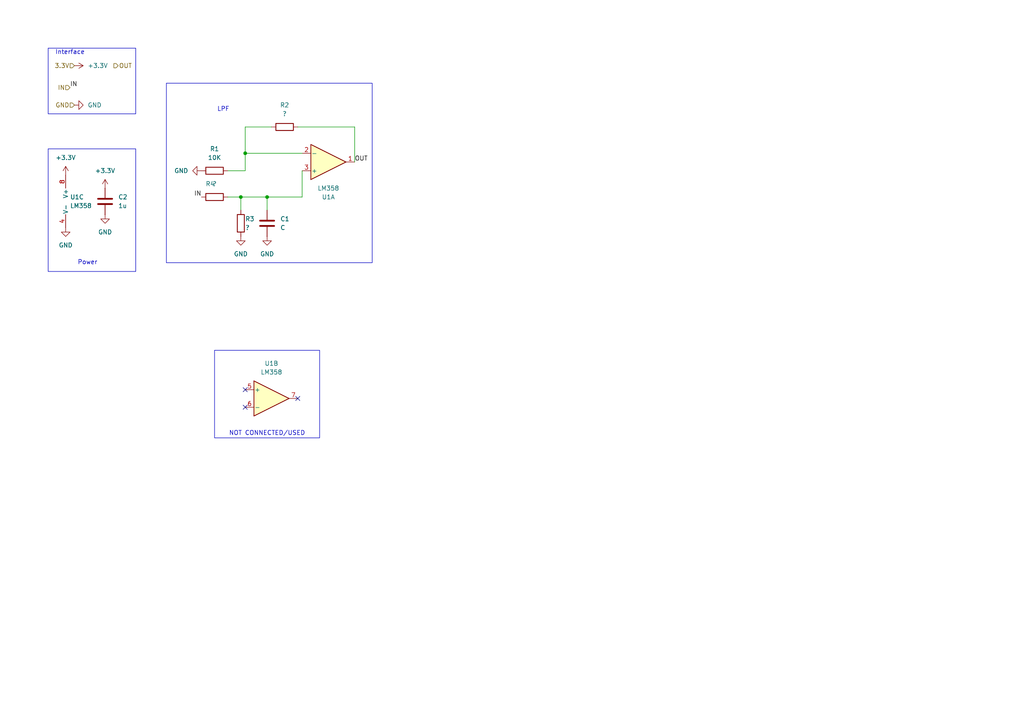
<source format=kicad_sch>
(kicad_sch (version 20250114) (generator "eeschema") (generator_version "9.0")
  (paper "A4")
  (title_block (title "Lecture_Tutorial") (date "2025-02-20") (rev "R0") (company "AbdullahZafar"))
  (lib_symbols
    (symbol "Amplifier_Operational:LM358" (pin_names (offset 0.127))
      (property "Reference" "U" (at 0 5.08 0))
      (property "Value" "LM358" (at 0 -5.08 0))
      (symbol "LM358_1_1"
        (polyline (pts (xy -5.08 5.08) (xy 5.08 0) (xy -5.08 -5.08) (xy -5.08 5.08)) (stroke (width 0.254)) (fill (type background)))
        (pin input line (at -7.62 2.54 0) (length 2.54) (name "+") (number "3"))
        (pin input line (at -7.62 -2.54 0) (length 2.54) (name "-") (number "2"))
        (pin output line (at 7.62 0 180) (length 2.54) (name "~") (number "1"))
      )
      (symbol "LM358_2_1"
        (polyline (pts (xy -5.08 5.08) (xy 5.08 0) (xy -5.08 -5.08) (xy -5.08 5.08)) (stroke (width 0.254)) (fill (type background)))
        (pin input line (at -7.62 2.54 0) (length 2.54) (name "+") (number "5"))
        (pin input line (at -7.62 -2.54 0) (length 2.54) (name "-") (number "6"))
        (pin output line (at 7.62 0 180) (length 2.54) (name "~") (number "7"))
      )
      (symbol "LM358_3_1"
        (pin power_in line (at -2.54 7.62 270) (length 3.81) (name "V+") (number "8"))
        (pin power_in line (at -2.54 -7.62 90) (length 3.81) (name "V-") (number "4"))
      )
    )
    (symbol "Device:C" (pin_numbers (hide yes)) (pin_names (offset 0.254))
      (property "Reference" "C" (at 0.635 2.54 0))
      (property "Value" "C" (at 0.635 -2.54 0))
      (symbol "C_0_1"
        (polyline (pts (xy -2.032 0.762) (xy 2.032 0.762)) (stroke (width 0.508)))
        (polyline (pts (xy -2.032 -0.762) (xy 2.032 -0.762)) (stroke (width 0.508)))
      )
      (symbol "C_1_1"
        (pin passive line (at 0 3.81 270) (length 2.794) (name "~") (number "1"))
        (pin passive line (at 0 -3.81 90) (length 2.794) (name "~") (number "2"))
      )
    )
    (symbol "Device:R" (pin_numbers (hide yes)) (pin_names (offset 0))
      (property "Reference" "R" (at 2.032 0 90))
      (property "Value" "R" (at 0 0 90))
      (symbol "R_0_1"
        (rectangle (start -1.016 -2.54) (end 1.016 2.54) (stroke (width 0.254)))
      )
      (symbol "R_1_1"
        (pin passive line (at 0 3.81 270) (length 1.27) (name "~") (number "1"))
        (pin passive line (at 0 -3.81 90) (length 1.27) (name "~") (number "2"))
      )
    )
    (symbol "power:+3.3V" (power) (pin_numbers (hide yes)) (pin_names (offset 0) (hide yes))
      (property "Value" "+3.3V" (at 0 3.556 0))
      (symbol "+3.3V_0_1"
        (polyline (pts (xy -0.762 1.27) (xy 0 2.54)))
        (polyline (pts (xy 0 2.54) (xy 0.762 1.27)))
        (polyline (pts (xy 0 0) (xy 0 2.54)))
      )
      (symbol "+3.3V_1_1"
        (pin power_in line (at 0 0 90) (length 0) (name "~") (number "1"))
      )
    )
    (symbol "power:GND" (power) (pin_numbers (hide yes)) (pin_names (offset 0) (hide yes))
      (property "Value" "GND" (at 0 -3.81 0))
      (symbol "GND_0_1"
        (polyline (pts (xy 0 0) (xy 0 -1.27) (xy 1.27 -1.27) (xy 0 -2.54) (xy -1.27 -1.27) (xy 0 -1.27)))
      )
      (symbol "GND_1_1"
        (pin power_in line (at 0 0 270) (length 0) (name "~") (number "1"))
      )
    )
  )
  (rectangle (start 62.23 101.6) (end 92.71 127))
  (rectangle (start 48.26 24.13) (end 107.95 76.2))
  (rectangle (start 13.97 13.97) (end 39.37 33.02))
  (rectangle (start 13.97 43.18) (end 39.37 78.74))
  (text "NOT CONNECTED/USED\n" (at 77.47 125.73 0) (effects (font (size 1.27 1.27))))
  (text "Interface\n" (at 20.32 15.24 0) (effects (font (size 1.27 1.27))))
  (text "Power\n" (at 25.4 76.2 0) (effects (font (size 1.27 1.27))))
  (text "LPF\n" (at 64.77 31.75 0) (effects (font (size 1.27 1.27))))
  (junction (at 77.47 57.15))
  (junction (at 71.12 44.45))
  (junction (at 69.85 57.15))
  (no_connect (at 86.36 115.57))
  (no_connect (at 71.12 113.03))
  (no_connect (at 71.12 118.11))
  (wire (pts (xy 77.47 57.15) (xy 77.47 60.96)))
  (wire (pts (xy 69.85 57.15) (xy 77.47 57.15)))
  (wire (pts (xy 77.47 57.15) (xy 87.63 57.15)))
  (wire (pts (xy 86.36 36.83) (xy 102.87 36.83)))
  (wire (pts (xy 71.12 44.45) (xy 71.12 49.53)))
  (wire (pts (xy 66.04 49.53) (xy 71.12 49.53)))
  (wire (pts (xy 87.63 49.53) (xy 87.63 57.15)))
  (wire (pts (xy 69.85 57.15) (xy 69.85 60.96)))
  (wire (pts (xy 66.04 57.15) (xy 69.85 57.15)))
  (wire (pts (xy 71.12 44.45) (xy 87.63 44.45)))
  (wire (pts (xy 71.12 36.83) (xy 71.12 44.45)))
  (wire (pts (xy 71.12 36.83) (xy 78.74 36.83)))
  (wire (pts (xy 102.87 36.83) (xy 102.87 46.99)))
  (label "OUT" (at 102.87 46.99 0))
  (label "IN" (at 58.42 57.15 180))
  (label "IN" (at 20.32 25.4 0))
  (hierarchical_label "OUT" (shape output) (at 33.02 19.05 0))
  (hierarchical_label "3.3V" (shape input) (at 21.59 19.05 180))
  (hierarchical_label "IN" (shape input) (at 20.32 25.4 180))
  (hierarchical_label "GND" (shape input) (at 21.59 30.48 180))
  (symbol (lib_id "Device:R") (at 69.85 64.77 180) (unit 1)
    (property "Reference" "R3" (at 71.12 63.5 0) (effects (justify right)))
    (property "Value" "?" (at 71.12 66.04 0) (effects (justify right)))
    (property "Footprint" "Resistor_SMD:R_0805_2012Metric" (effects (hide yes)))
    (property "Description" "Resistor" (effects (hide yes)))
    (property "Part No." "RMCF0805FT10K0" (effects (hide yes)))
  )
  (symbol (lib_id "power:GND") (at 58.42 49.53 270) (unit 1)
    (property "Reference" "#PWR016" (effects (hide yes)))
    (property "Value" "GND" (at 54.61 49.5299 90) (effects (justify right)))
    (property "Description" "Power symbol creates a global label with name \"GND\" , ground" (effects (hide yes)))
  )
  (symbol (lib_id "Amplifier_Operational:LM358") (at 78.74 115.57 0) (unit 2)
    (property "Reference" "U1" (at 78.74 105.41 0))
    (property "Value" "LM358" (at 78.74 107.95 0))
    (property "Footprint" "Package_SO:VSSOP-8_3x3mm_P0.65mm" (effects (hide yes)))
    (property "Datasheet" "http://www.ti.com/lit/ds/symlink/lm2904-n.pdf" (effects (hide yes)))
    (property "Description" "Low-Power, Dual Operational Amplifiers, DIP-8/SOIC-8/TO-99-8" (effects (hide yes)))
    (property "Part No." "LM358DGKR" (effects (hide yes)))
  )
  (symbol (lib_id "Device:R") (at 62.23 49.53 90) (unit 1)
    (property "Reference" "R1" (at 62.23 43.18 90))
    (property "Value" "10K" (at 62.23 45.72 90))
    (property "Footprint" "Resistor_SMD:R_0805_2012Metric" (effects (hide yes)))
    (property "Description" "Resistor" (effects (hide yes)))
    (property "Part No." "RMCF0805FT10K0" (effects (hide yes)))
  )
  (symbol (lib_id "Device:C") (at 77.47 64.77 0) (unit 1)
    (property "Reference" "C1" (at 81.28 63.4999 0) (effects (justify left)))
    (property "Value" "C" (at 81.28 66.0399 0) (effects (justify left)))
    (property "Footprint" "Capacitor_SMD:C_0805_2012Metric" (effects (hide yes)))
    (property "Description" "Unpolarized capacitor" (effects (hide yes)))
  )
  (symbol (lib_id "Device:R") (at 62.23 57.15 90) (unit 1)
    (property "Reference" "R4" (at 60.96 53.34 90))
    (property "Value" "?" (at 62.23 53.34 90))
    (property "Footprint" "Resistor_SMD:R_0805_2012Metric" (effects (hide yes)))
    (property "Description" "Resistor" (effects (hide yes)))
    (property "Part No." "RMCF0805FT10K0" (effects (hide yes)))
  )
  (symbol (lib_id "power:GND") (at 69.85 68.58 0) (unit 1)
    (property "Reference" "#PWR014" (effects (hide yes)))
    (property "Value" "GND" (at 69.85 73.66 0))
    (property "Description" "Power symbol creates a global label with name \"GND\" , ground" (effects (hide yes)))
  )
  (symbol (lib_id "power:GND") (at 21.59 30.48 90) (unit 1)
    (property "Reference" "#PWR010" (effects (hide yes)))
    (property "Value" "GND" (at 25.4 30.4799 90) (effects (justify right)))
    (property "Description" "Power symbol creates a global label with name \"GND\" , ground" (effects (hide yes)))
  )
  (symbol (lib_id "Amplifier_Operational:LM358") (at 21.59 58.42 0) (unit 3)
    (property "Reference" "U1" (at 20.32 57.1499 0) (effects (justify left)))
    (property "Value" "LM358" (at 20.32 59.6899 0) (effects (justify left)))
    (property "Footprint" "Package_SO:VSSOP-8_3x3mm_P0.65mm" (effects (hide yes)))
    (property "Datasheet" "http://www.ti.com/lit/ds/symlink/lm2904-n.pdf" (effects (hide yes)))
    (property "Description" "Low-Power, Dual Operational Amplifiers, DIP-8/SOIC-8/TO-99-8" (effects (hide yes)))
    (property "Part No." "LM358DGKR" (effects (hide yes)))
  )
  (symbol (lib_id "power:GND") (at 30.48 62.23 0) (unit 1)
    (property "Reference" "#PWR017" (effects (hide yes)))
    (property "Value" "GND" (at 30.48 67.31 0))
    (property "Description" "Power symbol creates a global label with name \"GND\" , ground" (effects (hide yes)))
  )
  (symbol (lib_id "power:+3.3V") (at 21.59 19.05 270) (unit 1)
    (property "Reference" "#PWR09" (effects (hide yes)))
    (property "Value" "+3.3V" (at 25.4 19.0499 90) (effects (justify left)))
    (property "Description" "Power symbol creates a global label with name \"+3.3V\"" (effects (hide yes)))
  )
  (symbol (lib_id "Amplifier_Operational:LM358") (at 95.25 46.99 0) (mirror x) (unit 1)
    (property "Reference" "U1" (at 95.25 57.15 0))
    (property "Value" "LM358" (at 95.25 54.61 0))
    (property "Footprint" "Package_SO:VSSOP-8_3x3mm_P0.65mm" (effects (hide yes)))
    (property "Datasheet" "http://www.ti.com/lit/ds/symlink/lm2904-n.pdf" (effects (hide yes)))
    (property "Description" "Low-Power, Dual Operational Amplifiers, DIP-8/SOIC-8/TO-99-8" (effects (hide yes)))
    (property "Part No." "LM358DGKR" (effects (hide yes)))
  )
  (symbol (lib_id "power:GND") (at 77.47 68.58 0) (unit 1)
    (property "Reference" "#PWR015" (effects (hide yes)))
    (property "Value" "GND" (at 77.47 73.66 0))
    (property "Description" "Power symbol creates a global label with name \"GND\" , ground" (effects (hide yes)))
  )
  (symbol (lib_id "Device:R") (at 82.55 36.83 90) (unit 1)
    (property "Reference" "R2" (at 82.55 30.48 90))
    (property "Value" "?" (at 82.55 33.02 90))
    (property "Footprint" "Resistor_SMD:R_0805_2012Metric" (effects (hide yes)))
    (property "Description" "Resistor" (effects (hide yes)))
    (property "Part No." "RMCF0805FT10K0" (effects (hide yes)))
  )
  (symbol (lib_id "Device:C") (at 30.48 58.42 0) (unit 1)
    (property "Reference" "C2" (at 34.29 57.1499 0) (effects (justify left)))
    (property "Value" "1u" (at 34.29 59.6899 0) (effects (justify left)))
    (property "Footprint" "Capacitor_SMD:C_0805_2012Metric" (effects (hide yes)))
    (property "Datasheet" "Tantalum Decoupling Capacitor" (effects (hide yes)))
    (property "Description" "Unpolarized capacitor" (effects (hide yes)))
    (property "Part No." "TMCP1E105MTRF" (effects (hide yes)))
  )
  (symbol (lib_id "power:+3.3V") (at 30.48 54.61 0) (unit 1)
    (property "Reference" "#PWR013" (effects (hide yes)))
    (property "Value" "+3.3V" (at 30.48 49.53 0))
    (property "Description" "Power symbol creates a global label with name \"+3.3V\"" (effects (hide yes)))
  )
  (symbol (lib_id "power:+3.3V") (at 19.05 50.8 0) (unit 1)
    (property "Reference" "#PWR012" (effects (hide yes)))
    (property "Value" "+3.3V" (at 19.05 45.72 0))
    (property "Description" "Power symbol creates a global label with name \"+3.3V\"" (effects (hide yes)))
  )
  (symbol (lib_id "power:GND") (at 19.05 66.04 0) (unit 1)
    (property "Reference" "#PWR011" (effects (hide yes)))
    (property "Value" "GND" (at 19.05 71.12 0))
    (property "Description" "Power symbol creates a global label with name \"GND\" , ground" (effects (hide yes)))
  )
)
</source>
